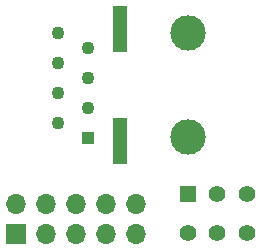
<source format=gbr>
%TF.GenerationSoftware,KiCad,Pcbnew,7.0.7*%
%TF.CreationDate,2023-11-14T17:33:56-06:00*%
%TF.ProjectId,Serial_To_RJ45,53657269-616c-45f5-946f-5f524a34352e,rev?*%
%TF.SameCoordinates,Original*%
%TF.FileFunction,Soldermask,Top*%
%TF.FilePolarity,Negative*%
%FSLAX46Y46*%
G04 Gerber Fmt 4.6, Leading zero omitted, Abs format (unit mm)*
G04 Created by KiCad (PCBNEW 7.0.7) date 2023-11-14 17:33:56*
%MOMM*%
%LPD*%
G01*
G04 APERTURE LIST*
%ADD10R,1.100000X1.100000*%
%ADD11C,1.100000*%
%ADD12R,1.200000X4.000000*%
%ADD13C,3.000000*%
%ADD14R,1.700000X1.700000*%
%ADD15O,1.700000X1.700000*%
%ADD16R,1.400000X1.400000*%
%ADD17C,1.400000*%
G04 APERTURE END LIST*
D10*
%TO.C,J1*%
X200375000Y-113995000D03*
D11*
X197835000Y-112725000D03*
X200375000Y-111455000D03*
X197835000Y-110185000D03*
X200375000Y-108915000D03*
X197835000Y-107645000D03*
X200375000Y-106375000D03*
X197835000Y-105105000D03*
D12*
X203075000Y-114300000D03*
X203075000Y-104800000D03*
D13*
X208875000Y-113950000D03*
X208875000Y-105150000D03*
%TD*%
D14*
%TO.C,J2*%
X194320416Y-122156440D03*
D15*
X194320416Y-119616440D03*
X196860416Y-122156440D03*
X196860416Y-119616440D03*
X199400416Y-122156440D03*
X199400416Y-119616440D03*
X201940416Y-122156440D03*
X201940416Y-119616440D03*
X204480416Y-122156440D03*
X204480416Y-119616440D03*
%TD*%
D16*
%TO.C,SW: Swap TX/RX*%
X208825000Y-118750000D03*
D17*
X211325000Y-118750000D03*
X213825000Y-118750000D03*
X208825000Y-122050000D03*
X211325000Y-122050000D03*
X213825000Y-122050000D03*
%TD*%
M02*

</source>
